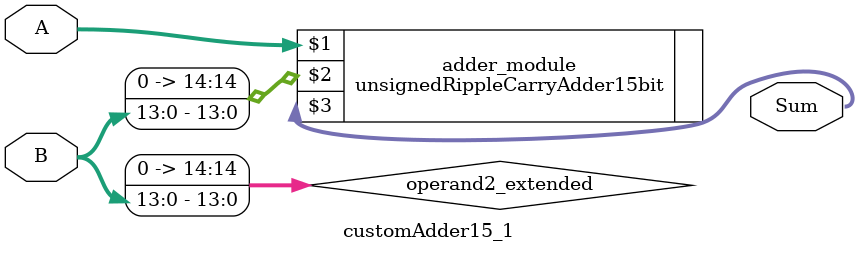
<source format=v>

module customAdder15_1(
                    input [14 : 0] A,
                    input [13 : 0] B,
                    
                    output [15 : 0] Sum
            );

    wire [14 : 0] operand2_extended;
    
    assign operand2_extended =  {1'b0, B};
    
    unsignedRippleCarryAdder15bit adder_module(
        A,
        operand2_extended,
        Sum
    );
    
endmodule
        
</source>
